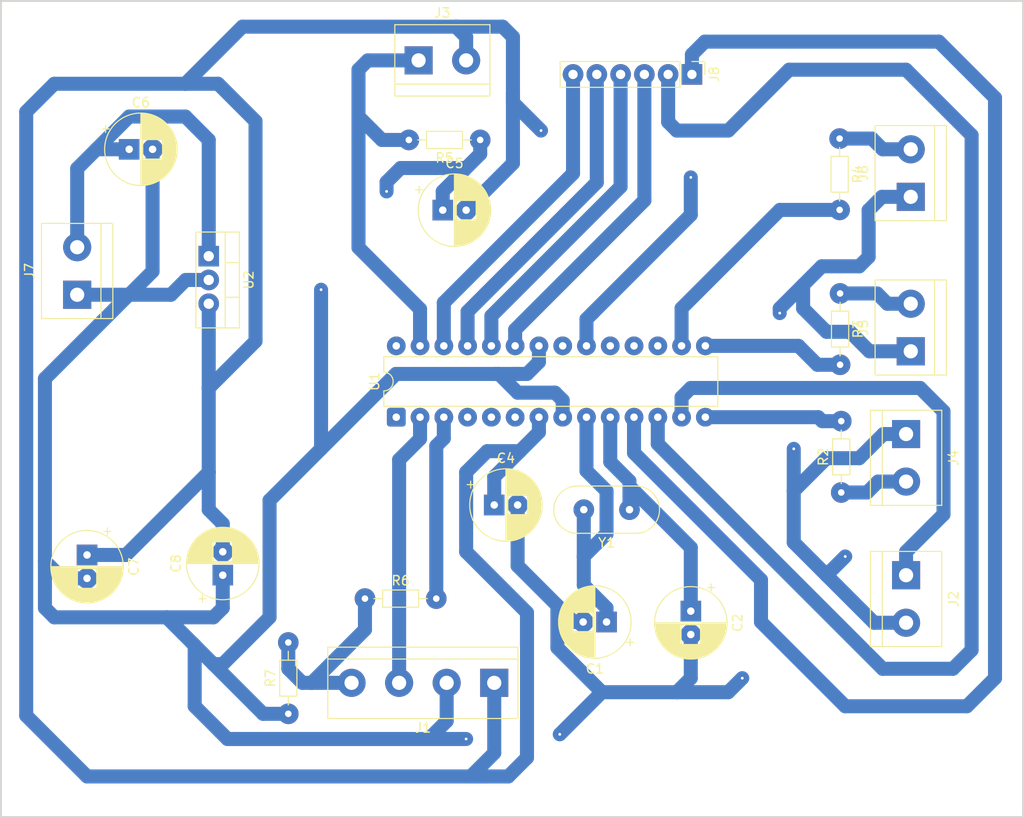
<source format=kicad_pcb>
(kicad_pcb (version 20241229) (generator "pcbnew") (generator_version "9.0")
  (layers (0 "F.Cu" signal) (2 "B.Cu" signal) (13 "F.Paste" user) (15 "B.Paste" user) (5 "F.SilkS" user "F.Silkscreen") (7 "B.SilkS" user "B.Silkscreen") (1 "F.Mask" user) (3 "B.Mask" user) (25 "Edge.Cuts" user))
  (net 0 "")
  (net 1 "Net-(J6-Pin_2)")
  (net 2 "GND")
  (net 3 "9V")
  (net 4 "Net-(J1-Pin_3)")
  (net 5 "Net-(J1-Pin_4)")
  (net 6 "LDR")
  (net 7 "Net-(U1-PD1)")
  (net 8 "Net-(J4-Pin_2)")
  (net 9 "Net-(J5-Pin_2)")
  (net 10 "5V")
  (net 11 "LASER")
  (net 12 "LED 3")
  (net 13 "LED 2")
  (net 14 "LED 1")
  (net 15 "Crystal1")
  (net 16 "ENTRADA B1")
  (net 17 "CONTROLE MOTOR B")
  (net 19 "ENTRADA A1")
  (net 20 "ENTRADA B2")
  (net 21 "ENTRADA A2")
  (net 22 "CONTROLE MOTOR A")
  (net 23 "Crystal2")
  (footprint "TerminalBlock:TerminalBlock_bornier-2_P5.08mm" (layer "F.Cu") (at 133.42 60.5)
    (property "Reference" "J3" (at 2.54 -5.08 0) (layer "F.SilkS"))
    (property "Value" "LDR")
    (pad "1" thru_hole rect (at 0 0) (size 3 3) (drill 1.52) (layers "*.Cu" "*.Mask") (net 6 "LDR"))
    (pad "2" thru_hole circle (at 5.08 0) (size 3 3) (drill 1.52) (layers "*.Cu" "*.Mask") (net 10 "5V"))
  )
  (footprint "Capacitor_THT:CP_Radial_D7.5mm_P2.50mm" (layer "F.Cu") (at 136 76.5)
    (property "Reference" "C5" (at 1.25 -5 0) (layer "F.SilkS"))
    (property "Value" "0.1uF")
    (pad "1" thru_hole rect (at 0 0) (size 2.2 2.2) (drill 0.8) (layers "*.Cu" "*.Mask") (net 2 "GND"))
    (pad "2" thru_hole circle (at 2.5 0) (size 2.2 2.2) (drill 0.8) (layers "*.Cu" "*.Mask") (net 10 "5V"))
  )
  (footprint "TerminalBlock:TerminalBlock_bornier-2_P5.08mm" (layer "F.Cu") (at 186 75.08 90)
    (property "Reference" "J6" (at 2.54 -5.08 90) (layer "F.SilkS"))
    (property "Value" "LED")
    (pad "1" thru_hole rect (at 0 0 90) (size 3 3) (drill 1.52) (layers "*.Cu" "*.Mask") (net 2 "GND"))
    (pad "2" thru_hole circle (at 5.08 0 90) (size 3 3) (drill 1.52) (layers "*.Cu" "*.Mask") (net 1 "Net-(J6-Pin_2)"))
  )
  (footprint "TerminalBlock:TerminalBlock_bornier-2_P5.08mm" (layer "F.Cu") (at 96.945 85.54 90)
    (property "Reference" "J7" (at 2.54 -5.08 90) (layer "F.SilkS"))
    (property "Value" "BATERIA")
    (pad "1" thru_hole rect (at 0 0 90) (size 3 3) (drill 1.52) (layers "*.Cu" "*.Mask") (net 2 "GND"))
    (pad "2" thru_hole circle (at 5.08 0 90) (size 3 3) (drill 1.52) (layers "*.Cu" "*.Mask") (net 3 "9V"))
  )
  (footprint "Capacitor_THT:CP_Radial_D7.5mm_P2.50mm" (layer "F.Cu") (at 98 113.338606 -90)
    (property "Reference" "C7" (at 1.25 -5 90) (layer "F.SilkS"))
    (property "Value" "10uf")
    (pad "1" thru_hole rect (at 0 0 270) (size 2.2 2.2) (drill 0.8) (layers "*.Cu" "*.Mask") (net 10 "5V"))
    (pad "2" thru_hole circle (at 2.5 0 270) (size 2.2 2.2) (drill 0.8) (layers "*.Cu" "*.Mask") (net 2 "GND"))
  )
  (footprint "Resistor_THT:R_Axial_DIN0204_L3.6mm_D1.6mm_P7.62mm_Horizontal" (layer "F.Cu") (at 127.69 118)
    (property "Reference" "R6" (at 3.81 -1.92 0) (layer "F.SilkS"))
    (property "Value" "1000")
    (pad "1" thru_hole circle (at 0 0) (size 2.2 2.2) (drill 0.7) (layers "*.Cu" "*.Mask") (net 5 "Net-(J1-Pin_4)"))
    (pad "2" thru_hole oval (at 7.62 0) (size 2.2 2.2) (drill 0.7) (layers "*.Cu" "*.Mask") (net 7 "Net-(U1-PD1)"))
  )
  (footprint "TerminalBlock:TerminalBlock_bornier-2_P5.08mm" (layer "F.Cu") (at 185.5 100.42 -90)
    (property "Reference" "J4" (at 2.54 -5.08 90) (layer "F.SilkS"))
    (property "Value" "LED")
    (pad "1" thru_hole rect (at 0 0 270) (size 3 3) (drill 1.52) (layers "*.Cu" "*.Mask") (net 2 "GND"))
    (pad "2" thru_hole circle (at 5.08 0 270) (size 3 3) (drill 1.52) (layers "*.Cu" "*.Mask") (net 8 "Net-(J4-Pin_2)"))
  )
  (footprint "Resistor_THT:R_Axial_DIN0204_L3.6mm_D1.6mm_P7.62mm_Horizontal" (layer "F.Cu") (at 178.4 68.855 -90)
    (property "Reference" "R4" (at 3.81 -1.92 90) (layer "F.SilkS"))
    (property "Value" "220")
    (pad "1" thru_hole circle (at 0 0 270) (size 2.2 2.2) (drill 0.7) (layers "*.Cu" "*.Mask") (net 1 "Net-(J6-Pin_2)"))
    (pad "2" thru_hole oval (at 7.62 0 270) (size 2.2 2.2) (drill 0.7) (layers "*.Cu" "*.Mask") (net 12 "LED 3"))
  )
  (footprint "Capacitor_THT:CP_Radial_D7.5mm_P2.50mm" (layer "F.Cu") (at 153.5 120.5 180)
    (property "Reference" "C1" (at 1.25 -5 0) (layer "F.SilkS"))
    (property "Value" "22uF")
    (pad "1" thru_hole rect (at 0 0 180) (size 2.2 2.2) (drill 0.8) (layers "*.Cu" "*.Mask") (net 15 "Crystal1"))
    (pad "2" thru_hole circle (at 2.5 0 180) (size 2.2 2.2) (drill 0.8) (layers "*.Cu" "*.Mask") (net 2 "GND"))
  )
  (footprint "TerminalBlock:TerminalBlock_bornier-2_P5.08mm" (layer "F.Cu") (at 185.5 115.5 -90)
    (property "Reference" "J2" (at 2.54 -5.08 90) (layer "F.SilkS"))
    (property "Value" "LASER")
    (pad "1" thru_hole rect (at 0 0 270) (size 3 3) (drill 1.52) (layers "*.Cu" "*.Mask") (net 11 "LASER"))
    (pad "2" thru_hole circle (at 5.08 0 270) (size 3 3) (drill 1.52) (layers "*.Cu" "*.Mask") (net 2 "GND"))
  )
  (footprint "TerminalBlock:TerminalBlock_bornier-4_P5.08mm" (layer "F.Cu") (at 141.5 127 180)
    (property "Reference" "J1" (at 7.6 -4.8 0) (layer "F.SilkS"))
    (property "Value" "BLUETHOOT")
    (pad "1" thru_hole rect (at 0 0 180) (size 3 3) (drill 1.52) (layers "*.Cu" "*.Mask") (net 10 "5V"))
    (pad "2" thru_hole circle (at 5.08 0 180) (size 3 3) (drill 1.52) (layers "*.Cu" "*.Mask") (net 2 "GND"))
    (pad "3" thru_hole circle (at 10.16 0 180) (size 3 3) (drill 1.52) (layers "*.Cu" "*.Mask") (net 4 "Net-(J1-Pin_3)"))
    (pad "4" thru_hole circle (at 15.24 0 180) (size 3 3) (drill 1.52) (layers "*.Cu" "*.Mask") (net 5 "Net-(J1-Pin_4)"))
  )
  (footprint "Crystal:Crystal_HC49-U_Vertical" (layer "F.Cu") (at 155.95 108.5 180)
    (property "Reference" "Y1" (at 2.44 -3.525 0) (layer "F.SilkS"))
    (property "Value" "Crystal")
    (pad "1" thru_hole circle (at 0 0 180) (size 2.2 2.2) (drill 0.8) (layers "*.Cu" "*.Mask") (net 23 "Crystal2"))
    (pad "2" thru_hole circle (at 4.88 0 180) (size 2.2 2.2) (drill 0.8) (layers "*.Cu" "*.Mask") (net 15 "Crystal1"))
  )
  (footprint "Package_TO_SOT_THT:TO-220-3_Vertical" (layer "F.Cu") (at 111 81.42 -90)
    (property "Reference" "U2" (at 2.54 -4.27 90) (layer "F.SilkS"))
    (property "Value" "LM7805_TO220")
    (pad "1" thru_hole rect (at 0 0 270) (size 2.2 2.2) (drill 1.1) (layers "*.Cu" "*.Mask") (net 3 "9V"))
    (pad "2" thru_hole oval (at 2.54 0 270) (size 2.2 2.2) (drill 1.1) (layers "*.Cu" "*.Mask") (net 2 "GND"))
    (pad "3" thru_hole oval (at 5.08 0 270) (size 2.2 2.2) (drill 1.1) (layers "*.Cu" "*.Mask") (net 10 "5V"))
  )
  (footprint "Capacitor_THT:CP_Radial_D7.5mm_P2.50mm" (layer "F.Cu") (at 102.5 70)
    (property "Reference" "C6" (at 1.25 -5 0) (layer "F.SilkS"))
    (property "Value" "10uf")
    (pad "1" thru_hole rect (at 0 0) (size 2.2 2.2) (drill 0.8) (layers "*.Cu" "*.Mask") (net 3 "9V"))
    (pad "2" thru_hole circle (at 2.5 0) (size 2.2 2.2) (drill 0.8) (layers "*.Cu" "*.Mask") (net 2 "GND"))
  )
  (footprint "Capacitor_THT:CP_Radial_D7.5mm_P2.50mm" (layer "F.Cu") (at 162.5 119.338606 -90)
    (property "Reference" "C2" (at 1.25 -5 90) (layer "F.SilkS"))
    (property "Value" "22uF")
    (pad "1" thru_hole rect (at 0 0 270) (size 2.2 2.2) (drill 0.8) (layers "*.Cu" "*.Mask") (net 23 "Crystal2"))
    (pad "2" thru_hole circle (at 2.5 0 270) (size 2.2 2.2) (drill 0.8) (layers "*.Cu" "*.Mask") (net 2 "GND"))
  )
  (footprint "Connector_PinHeader_2.54mm:PinHeader_1x06_P2.54mm_Vertical" (layer "F.Cu") (at 162.62 62 -90)
    (property "Reference" "J8" (at 0 -2.38 90) (layer "F.SilkS"))
    (property "Value" "CONEXAO PLACA B")
    (pad "1" thru_hole rect (at 0 0 270) (size 2.2 2.2) (drill 1) (layers "*.Cu" "*.Mask") (net 22 "CONTROLE MOTOR A"))
    (pad "2" thru_hole circle (at 0 2.54 270) (size 2.2 2.2) (drill 1) (layers "*.Cu" "*.Mask") (net 17 "CONTROLE MOTOR B"))
    (pad "3" thru_hole circle (at 0 5.08 270) (size 2.2 2.2) (drill 1) (layers "*.Cu" "*.Mask") (net 19 "ENTRADA A1"))
    (pad "4" thru_hole circle (at 0 7.62 270) (size 2.2 2.2) (drill 1) (layers "*.Cu" "*.Mask") (net 21 "ENTRADA A2"))
    (pad "5" thru_hole circle (at 0 10.16 270) (size 2.2 2.2) (drill 1) (layers "*.Cu" "*.Mask") (net 16 "ENTRADA B1"))
    (pad "6" thru_hole circle (at 0 12.7 270) (size 2.2 2.2) (drill 1) (layers "*.Cu" "*.Mask") (net 20 "ENTRADA B2"))
  )
  (footprint "Resistor_THT:R_Axial_DIN0204_L3.6mm_D1.6mm_P7.62mm_Horizontal" (layer "F.Cu") (at 119.5 130.31 90)
    (property "Reference" "R7" (at 3.81 -1.92 90) (layer "F.SilkS"))
    (property "Value" "2000")
    (pad "1" thru_hole circle (at 0 0 90) (size 2.2 2.2) (drill 0.7) (layers "*.Cu" "*.Mask") (net 2 "GND"))
    (pad "2" thru_hole oval (at 7.62 0 90) (size 2.2 2.2) (drill 0.7) (layers "*.Cu" "*.Mask") (net 5 "Net-(J1-Pin_4)"))
  )
  (footprint "TerminalBlock:TerminalBlock_bornier-2_P5.08mm" (layer "F.Cu") (at 186 91.58 90)
    (property "Reference" "J5" (at 2.54 -5.08 90) (layer "F.SilkS"))
    (property "Value" "LED")
    (pad "1" thru_hole rect (at 0 0 90) (size 3 3) (drill 1.52) (layers "*.Cu" "*.Mask") (net 2 "GND"))
    (pad "2" thru_hole circle (at 5.08 0 90) (size 3 3) (drill 1.52) (layers "*.Cu" "*.Mask") (net 9 "Net-(J5-Pin_2)"))
  )
  (footprint "Resistor_THT:R_Axial_DIN0204_L3.6mm_D1.6mm_P7.62mm_Horizontal" (layer "F.Cu") (at 140 69 180)
    (property "Reference" "R5" (at 3.81 -1.92 0) (layer "F.SilkS"))
    (property "Value" "10k")
    (pad "1" thru_hole circle (at 0 0 180) (size 2.2 2.2) (drill 0.7) (layers "*.Cu" "*.Mask") (net 2 "GND"))
    (pad "2" thru_hole oval (at 7.62 0 180) (size 2.2 2.2) (drill 0.7) (layers "*.Cu" "*.Mask") (net 6 "LDR"))
  )
  (footprint "Resistor_THT:R_Axial_DIN0204_L3.6mm_D1.6mm_P7.62mm_Horizontal" (layer "F.Cu") (at 178.575 106.665 90)
    (property "Reference" "R2" (at 3.81 -1.92 90) (layer "F.SilkS"))
    (property "Value" "220")
    (pad "1" thru_hole circle (at 0 0 90) (size 2.2 2.2) (drill 0.7) (layers "*.Cu" "*.Mask") (net 8 "Net-(J4-Pin_2)"))
    (pad "2" thru_hole oval (at 7.62 0 90) (size 2.2 2.2) (drill 0.7) (layers "*.Cu" "*.Mask") (net 14 "LED 1"))
  )
  (footprint "Capacitor_THT:CP_Radial_D7.5mm_P2.50mm" (layer "F.Cu") (at 112.5 115.5 90)
    (property "Reference" "C8" (at 1.25 -5 90) (layer "F.SilkS"))
    (property "Value" "0.1uF")
    (pad "1" thru_hole rect (at 0 0 90) (size 2.2 2.2) (drill 0.8) (layers "*.Cu" "*.Mask") (net 2 "GND"))
    (pad "2" thru_hole circle (at 2.5 0 90) (size 2.2 2.2) (drill 0.8) (layers "*.Cu" "*.Mask") (net 10 "5V"))
  )
  (footprint "Capacitor_THT:CP_Radial_D7.5mm_P2.50mm" (layer "F.Cu") (at 141.5 108)
    (property "Reference" "C4" (at 1.25 -5 0) (layer "F.SilkS"))
    (property "Value" "0.1uF")
    (pad "1" thru_hole rect (at 0 0) (size 2.2 2.2) (drill 0.8) (layers "*.Cu" "*.Mask") (net 10 "5V"))
    (pad "2" thru_hole circle (at 2.5 0) (size 2.2 2.2) (drill 0.8) (layers "*.Cu" "*.Mask") (net 2 "GND"))
  )
  (footprint "Resistor_THT:R_Axial_DIN0204_L3.6mm_D1.6mm_P7.62mm_Horizontal" (layer "F.Cu") (at 178.45 85.4 -90)
    (property "Reference" "R3" (at 3.81 -1.92 90) (layer "F.SilkS"))
    (property "Value" "220")
    (pad "1" thru_hole circle (at 0 0 270) (size 2.2 2.2) (drill 0.7) (layers "*.Cu" "*.Mask") (net 9 "Net-(J5-Pin_2)"))
    (pad "2" thru_hole oval (at 7.62 0 270) (size 2.2 2.2) (drill 0.7) (layers "*.Cu" "*.Mask") (net 13 "LED 2"))
  )
  (footprint "Package_DIP:DIP-28_W7.62mm" (layer "F.Cu") (at 131.035 98.62 90)
    (property "Reference" "U1" (at 3.81 -2.33 90) (layer "F.SilkS"))
    (property "Value" "ATmega328P-P")
    (pad "1" thru_hole roundrect (at 0 0 90) (size 2 2) (drill 0.8) (layers "*.Cu" "*.Mask") (roundrect_rratio 0.15625))
    (pad "2" thru_hole circle (at 0 2.54 90) (size 2 2) (drill 0.8) (layers "*.Cu" "*.Mask") (net 4 "Net-(J1-Pin_3)"))
    (pad "3" thru_hole circle (at 0 5.08 90) (size 2 2) (drill 0.8) (layers "*.Cu" "*.Mask") (net 7 "Net-(U1-PD1)"))
    (pad "4" thru_hole circle (at 0 7.62 90) (size 2 2) (drill 0.8) (layers "*.Cu" "*.Mask"))
    (pad "5" thru_hole circle (at 0 10.16 90) (size 2 2) (drill 0.8) (layers "*.Cu" "*.Mask"))
    (pad "6" thru_hole circle (at 0 12.7 90) (size 2 2) (drill 0.8) (layers "*.Cu" "*.Mask"))
    (pad "7" thru_hole circle (at 0 15.24 90) (size 2 2) (drill 0.8) (layers "*.Cu" "*.Mask") (net 10 "5V"))
    (pad "8" thru_hole circle (at 0 17.78 90) (size 2 2) (drill 0.8) (layers "*.Cu" "*.Mask") (net 2 "GND"))
    (pad "9" thru_hole circle (at 0 20.32 90) (size 2 2) (drill 0.8) (layers "*.Cu" "*.Mask") (net 15 "Crystal1"))
    (pad "10" thru_hole circle (at 0 22.86 90) (size 2 2) (drill 0.8) (layers "*.Cu" "*.Mask") (net 23 "Crystal2"))
    (pad "11" thru_hole circle (at 0 25.4 90) (size 2 2) (drill 0.8) (layers "*.Cu" "*.Mask") (net 22 "CONTROLE MOTOR A"))
    (pad "12" thru_hole circle (at 0 27.94 90) (size 2 2) (drill 0.8) (layers "*.Cu" "*.Mask") (net 17 "CONTROLE MOTOR B"))
    (pad "13" thru_hole circle (at 0 30.48 90) (size 2 2) (drill 0.8) (layers "*.Cu" "*.Mask") (net 11 "LASER"))
    (pad "14" thru_hole circle (at 0 33.02 90) (size 2 2) (drill 0.8) (layers "*.Cu" "*.Mask") (net 14 "LED 1"))
    (pad "15" thru_hole circle (at 7.62 33.02 90) (size 2 2) (drill 0.8) (layers "*.Cu" "*.Mask") (net 13 "LED 2"))
    (pad "16" thru_hole circle (at 7.62 30.48 90) (size 2 2) (drill 0.8) (layers "*.Cu" "*.Mask") (net 12 "LED 3"))
    (pad "17" thru_hole circle (at 7.62 27.94 90) (size 2 2) (drill 0.8) (layers "*.Cu" "*.Mask"))
    (pad "18" thru_hole circle (at 7.62 25.4 90) (size 2 2) (drill 0.8) (layers "*.Cu" "*.Mask"))
    (pad "19" thru_hole circle (at 7.62 22.86 90) (size 2 2) (drill 0.8) (layers "*.Cu" "*.Mask"))
    (pad "20" thru_hole circle (at 7.62 20.32 90) (size 2 2) (drill 0.8) (layers "*.Cu" "*.Mask") (net 10 "5V"))
    (pad "21" thru_hole circle (at 7.62 17.78 90) (size 2 2) (drill 0.8) (layers "*.Cu" "*.Mask"))
    (pad "22" thru_hole circle (at 7.62 15.24 90) (size 2 2) (drill 0.8) (layers "*.Cu" "*.Mask") (net 2 "GND"))
    (pad "23" thru_hole circle (at 7.62 12.7 90) (size 2 2) (drill 0.8) (layers "*.Cu" "*.Mask") (net 19 "ENTRADA A1"))
    (pad "24" thru_hole circle (at 7.62 10.16 90) (size 2 2) (drill 0.8) (layers "*.Cu" "*.Mask") (net 21 "ENTRADA A2"))
    (pad "25" thru_hole circle (at 7.62 7.62 90) (size 2 2) (drill 0.8) (layers "*.Cu" "*.Mask") (net 16 "ENTRADA B1"))
    (pad "26" thru_hole circle (at 7.62 5.08 90) (size 2 2) (drill 0.8) (layers "*.Cu" "*.Mask") (net 20 "ENTRADA B2"))
    (pad "27" thru_hole circle (at 7.62 2.54 90) (size 2 2) (drill 0.8) (layers "*.Cu" "*.Mask") (net 6 "LDR"))
    (pad "28" thru_hole circle (at 7.62 0 90) (size 2 2) (drill 0.8) (layers "*.Cu" "*.Mask"))
  )
  (gr_rect (start 88.8 54.15) (end 198 141.35) (stroke (width 0.2)) (fill no) (layer "Edge.Cuts"))
  (segment (start 183 70) (end 186 70) (width 1.5) (layer "B.Cu") (net 1))
  (segment (start 181.855 68.855) (end 183 70) (width 1.5) (layer "B.Cu") (net 1))
  (segment (start 178.4 68.855) (end 181.855 68.855) (width 1.5) (layer "B.Cu") (net 1))
  (via (at 148.5 132.5) (size 0.6) (drill 0.3) (layers "F.Cu" "B.Cu") (net 2))
  (via (at 130 74.5) (size 0.6) (drill 0.3) (layers "F.Cu" "B.Cu") (net 2))
  (via (at 173.5 102) (size 0.6) (drill 0.3) (layers "F.Cu" "B.Cu") (net 2))
  (via (at 172 87.5) (size 0.6) (drill 0.3) (layers "F.Cu" "B.Cu") (net 2))
  (via (at 123 85) (size 0.6) (drill 0.3) (layers "F.Cu" "B.Cu") (net 2))
  (via (at 138.5 133) (size 0.6) (drill 0.3) (layers "F.Cu" "B.Cu") (net 2))
  (via (at 179 113.5) (size 0.6) (drill 0.3) (layers "F.Cu" "B.Cu") (net 2))
  (via (at 168 126.5) (size 0.6) (drill 0.3) (layers "F.Cu" "B.Cu") (net 2))
  (segment (start 146.275 92.725) (end 146.275 91) (width 1.5) (layer "B.Cu") (net 2))
  (segment (start 93.5 119) (end 93.5 114) (width 1.5) (layer "B.Cu") (net 2))
  (segment (start 153 128) (end 161 128) (width 1.5) (layer "B.Cu") (net 2))
  (segment (start 174.5 87) (end 177 89.5) (width 1.5) (layer "B.Cu") (net 2))
  (segment (start 134.5 133) (end 138.5 133) (width 1.5) (layer "B.Cu") (net 2))
  (segment (start 180.5 103) (end 177 103) (width 1.5) (layer "B.Cu") (net 2))
  (segment (start 109.5 123) (end 109.25 122.75) (width 1.5) (layer "B.Cu") (net 2))
  (segment (start 177 103) (end 173.5 106.5) (width 1.5) (layer "B.Cu") (net 2))
  (segment (start 123 102) (end 123 85) (width 1.5) (layer "B.Cu") (net 2))
  (segment (start 111.5 120) (end 106.5 120) (width 1.5) (layer "B.Cu") (net 2))
  (segment (start 148.25 118.75) (end 148.25 123.25) (width 1.5) (layer "B.Cu") (net 2))
  (segment (start 148.25 123.25) (end 153 128) (width 1.5) (layer "B.Cu") (net 2))
  (segment (start 119.5 130.31) (end 116.81 130.31) (width 1.5) (layer "B.Cu") (net 2))
  (segment (start 112.5 119) (end 111.5 120) (width 1.5) (layer "B.Cu") (net 2))
  (segment (start 94.5 120) (end 93.5 119) (width 1.5) (layer "B.Cu") (net 2))
  (segment (start 185.5 100.42) (end 183.08 100.42) (width 1.5) (layer "B.Cu") (net 2))
  (segment (start 185.58 92) (end 186 91.58) (width 1.5) (layer "B.Cu") (net 2))
  (segment (start 112.5 115.5) (end 112.5 119) (width 1.5) (layer "B.Cu") (net 2))
  (segment (start 141.5 94) (end 143.5 94) (width 1.5) (layer "B.Cu") (net 2))
  (segment (start 148 96) (end 144 96) (width 1.5) (layer "B.Cu") (net 2))
  (segment (start 143.5 94) (end 145 94) (width 1.5) (layer "B.Cu") (net 2))
  (segment (start 138.25 72.25) (end 140 70.5) (width 1.5) (layer "B.Cu") (net 2))
  (segment (start 181.58 91.58) (end 186 91.58) (width 1.5) (layer "B.Cu") (net 2))
  (segment (start 138 72) (end 131.5 72) (width 1.5) (layer "B.Cu") (net 2))
  (segment (start 173.5 112) (end 177 115.5) (width 1.5) (layer "B.Cu") (net 2))
  (segment (start 181.5 76.5) (end 181.5 81.5) (width 1.5) (layer "B.Cu") (net 2))
  (segment (start 117.5 107.5) (end 123 102) (width 1.5) (layer "B.Cu") (net 2))
  (segment (start 173.5 106.5) (end 173.5 102) (width 1.5) (layer "B.Cu") (net 2))
  (segment (start 102.5 85.54) (end 106.96 85.54) (width 1.5) (layer "B.Cu") (net 2))
  (segment (start 136.42 131.08) (end 134.5 133) (width 1.5) (layer "B.Cu") (net 2))
  (segment (start 116.81 130.31) (end 111.5 125) (width 1.5) (layer "B.Cu") (net 2))
  (segment (start 96.945 85.54) (end 102.5 85.54) (width 1.5) (layer "B.Cu") (net 2))
  (segment (start 136 74.5) (end 138.25 72.25) (width 1.5) (layer "B.Cu") (net 2))
  (segment (start 142 94) (end 141.5 94) (width 1.5) (layer "B.Cu") (net 2))
  (segment (start 123 102) (end 131 94) (width 1.5) (layer "B.Cu") (net 2))
  (segment (start 174.5 84.5) (end 172 87) (width 1.5) (layer "B.Cu") (net 2))
  (segment (start 105 83.04) (end 102.5 85.54) (width 1.5) (layer "B.Cu") (net 2))
  (segment (start 112.5 125) (end 117.5 120) (width 1.5) (layer "B.Cu") (net 2))
  (segment (start 148.815 98.62) (end 148.815 96.815) (width 1.5) (layer "B.Cu") (net 2))
  (segment (start 109.5 129.5) (end 109.5 123) (width 1.5) (layer "B.Cu") (net 2))
  (segment (start 177 89.5) (end 179.5 89.5) (width 1.5) (layer "B.Cu") (net 2))
  (segment (start 166.5 128) (end 168 126.5) (width 1.5) (layer "B.Cu") (net 2))
  (segment (start 136 76.5) (end 136 74.5) (width 1.5) (layer "B.Cu") (net 2))
  (segment (start 148.815 96.815) (end 148 96) (width 1.5) (layer "B.Cu") (net 2))
  (segment (start 177 115.5) (end 182.08 120.58) (width 1.5) (layer "B.Cu") (net 2))
  (segment (start 117.5 120) (end 117.5 107.5) (width 1.5) (layer "B.Cu") (net 2))
  (segment (start 148.8 98.635) (end 148.815 98.62) (width 1.5) (layer "B.Cu") (net 2))
  (segment (start 95.338606 115.838606) (end 93.5 114) (width 1.5) (layer "B.Cu") (net 2))
  (segment (start 144 96) (end 142 94) (width 1.5) (layer "B.Cu") (net 2))
  (segment (start 130 73.5) (end 130 74.5) (width 1.5) (layer "B.Cu") (net 2))
  (segment (start 93.5 114) (end 93.5 94.5) (width 1.5) (layer "B.Cu") (net 2))
  (segment (start 182.08 120.58) (end 185.5 120.58) (width 1.5) (layer "B.Cu") (net 2))
  (segment (start 183.08 100.42) (end 180.5 103) (width 1.5) (layer "B.Cu") (net 2))
  (segment (start 174.5 84.5) (end 174.5 87) (width 1.5) (layer "B.Cu") (net 2))
  (segment (start 93.5 94.5) (end 102.46 85.54) (width 1.5) (layer "B.Cu") (net 2))
  (segment (start 176.5 82.5) (end 174.5 84.5) (width 1.5) (layer "B.Cu") (net 2))
  (segment (start 111.5 125) (end 109.25 122.75) (width 1.5) (layer "B.Cu") (net 2))
  (segment (start 106.96 85.54) (end 108.54 83.96) (width 1.5) (layer "B.Cu") (net 2))
  (segment (start 173.5 106.5) (end 173.5 112) (width 1.5) (layer "B.Cu") (net 2))
  (segment (start 148.25 118.75) (end 150 120.5) (width 1.5) (layer "B.Cu") (net 2))
  (segment (start 182.92 75.08) (end 181.5 76.5) (width 1.5) (layer "B.Cu") (net 2))
  (segment (start 153 128) (end 148.5 132.5) (width 1.5) (layer "B.Cu") (net 2))
  (segment (start 131.5 72) (end 130 73.5) (width 1.5) (layer "B.Cu") (net 2))
  (segment (start 111.5 125) (end 112.5 125) (width 1.5) (layer "B.Cu") (net 2))
  (segment (start 109.25 122.75) (end 106.5 120) (width 1.5) (layer "B.Cu") (net 2))
  (segment (start 140 70.5) (end 140 69) (width 1.5) (layer "B.Cu") (net 2))
  (segment (start 180.5 82.5) (end 176.5 82.5) (width 1.5) (layer "B.Cu") (net 2))
  (segment (start 144.195 94) (end 143.5 94) (width 1.5) (layer "B.Cu") (net 2))
  (segment (start 145 94) (end 146.275 92.725) (width 1.5) (layer "B.Cu") (net 2))
  (segment (start 131 94) (end 141.5 94) (width 1.5) (layer "B.Cu") (net 2))
  (segment (start 186 75.08) (end 182.92 75.08) (width 1.5) (layer "B.Cu") (net 2))
  (segment (start 105 70) (end 105 83.04) (width 1.5) (layer "B.Cu") (net 2))
  (segment (start 150 120.5) (end 151 120.5) (width 1.5) (layer "B.Cu") (net 2))
  (segment (start 106.5 120) (end 94.5 120) (width 1.5) (layer "B.Cu") (net 2))
  (segment (start 102.46 85.54) (end 102.5 85.54) (width 1.5) (layer "B.Cu") (net 2))
  (segment (start 108.54 83.96) (end 111 83.96) (width 1.5) (layer "B.Cu") (net 2))
  (segment (start 161 128) (end 166.5 128) (width 1.5) (layer "B.Cu") (net 2))
  (segment (start 144 114.5) (end 148.25 118.75) (width 1.5) (layer "B.Cu") (net 2))
  (segment (start 177 115.5) (end 179 113.5) (width 1.5) (layer "B.Cu") (net 2))
  (segment (start 144 108) (end 144 114.5) (width 1.5) (layer "B.Cu") (net 2))
  (segment (start 138.25 72.25) (end 138 72) (width 1.5) (layer "B.Cu") (net 2))
  (segment (start 172 87) (end 172 87.5) (width 1.5) (layer "B.Cu") (net 2))
  (segment (start 98 115.838606) (end 95.338606 115.838606) (width 1.5) (layer "B.Cu") (net 2))
  (segment (start 161 128) (end 162.5 126.5) (width 1.5) (layer "B.Cu") (net 2))
  (segment (start 136.42 127) (end 136.42 131.08) (width 1.5) (layer "B.Cu") (net 2))
  (segment (start 181.5 81.5) (end 180.5 82.5) (width 1.5) (layer "B.Cu") (net 2))
  (segment (start 179.5 89.5) (end 181.58 91.58) (width 1.5) (layer "B.Cu") (net 2))
  (segment (start 113 133) (end 109.5 129.5) (width 1.5) (layer "B.Cu") (net 2))
  (segment (start 162.5 126.5) (end 162.5 121.838606) (width 1.5) (layer "B.Cu") (net 2))
  (segment (start 134.5 133) (end 113 133) (width 1.5) (layer "B.Cu") (net 2))
  (segment (start 111 69) (end 108.5 66.5) (width 1.5) (layer "B.Cu") (net 3))
  (segment (start 102.5 66.5) (end 99 70) (width 1.5) (layer "B.Cu") (net 3))
  (segment (start 96.945 72.055) (end 99 70) (width 1.5) (layer "B.Cu") (net 3))
  (segment (start 108.5 66.5) (end 102.5 66.5) (width 1.5) (layer "B.Cu") (net 3))
  (segment (start 99 70) (end 102.5 70) (width 1.5) (layer "B.Cu") (net 3))
  (segment (start 96.945 80.46) (end 96.945 72.055) (width 1.5) (layer "B.Cu") (net 3))
  (segment (start 111 81.42) (end 111 69) (width 1.5) (layer "B.Cu") (net 3))
  (segment (start 133.575 100.925) (end 133.575 98.62) (width 1.5) (layer "B.Cu") (net 4))
  (segment (start 131.34 127) (end 131.34 103.16) (width 1.5) (layer "B.Cu") (net 4))
  (segment (start 131.34 103.16) (end 133.575 100.925) (width 1.5) (layer "B.Cu") (net 4))
  (segment (start 121 127) (end 122 127) (width 1.5) (layer "B.Cu") (net 5))
  (segment (start 119.5 122.69) (end 119.5 125.5) (width 1.5) (layer "B.Cu") (net 5))
  (segment (start 127.69 118) (end 127.69 121.31) (width 1.5) (layer "B.Cu") (net 5))
  (segment (start 119.5 125.5) (end 121 127) (width 1.5) (layer "B.Cu") (net 5))
  (segment (start 122 127) (end 126.26 127) (width 1.5) (layer "B.Cu") (net 5))
  (segment (start 127.69 121.31) (end 122 127) (width 1.5) (layer "B.Cu") (net 5))
  (segment (start 127 61.5) (end 127 66.5) (width 1.5) (layer "B.Cu") (net 6))
  (segment (start 133.42 60.5) (end 128 60.5) (width 1.5) (layer "B.Cu") (net 6))
  (segment (start 133.575 87.075) (end 133.575 91) (width 1.5) (layer "B.Cu") (net 6))
  (segment (start 128 60.5) (end 127 61.5) (width 1.5) (layer "B.Cu") (net 6))
  (segment (start 129.5 69) (end 127 66.5) (width 1.5) (layer "B.Cu") (net 6))
  (segment (start 127 66.5) (end 127 80.5) (width 1.5) (layer "B.Cu") (net 6))
  (segment (start 132.38 69) (end 129.5 69) (width 1.5) (layer "B.Cu") (net 6))
  (segment (start 127 80.5) (end 133.575 87.075) (width 1.5) (layer "B.Cu") (net 6))
  (segment (start 135.31 118) (end 135.31 101.69) (width 1.5) (layer "B.Cu") (net 7))
  (segment (start 135.31 101.69) (end 136.115 100.885) (width 1.5) (layer "B.Cu") (net 7))
  (segment (start 136.115 100.885) (end 136.115 98.62) (width 1.5) (layer "B.Cu") (net 7))
  (segment (start 182.5 105.5) (end 185.5 105.5) (width 1.5) (layer "B.Cu") (net 8))
  (segment (start 178.575 106.665) (end 181.335 106.665) (width 1.5) (layer "B.Cu") (net 8))
  (segment (start 181.335 106.665) (end 182.5 105.5) (width 1.5) (layer "B.Cu") (net 8))
  (segment (start 182.4 85.4) (end 183.5 86.5) (width 1.5) (layer "B.Cu") (net 9))
  (segment (start 178.45 85.4) (end 182.4 85.4) (width 1.5) (layer "B.Cu") (net 9))
  (segment (start 183.5 86.5) (end 186 86.5) (width 1.5) (layer "B.Cu") (net 9))
  (via (at 162.5 73) (size 0.6) (drill 0.3) (layers "F.Cu" "B.Cu") (net 10))
  (via (at 146.5 68) (size 0.6) (drill 0.3) (layers "F.Cu" "B.Cu") (net 10))
  (segment (start 111 104.5) (end 111 108.5) (width 1.5) (layer "B.Cu") (net 10))
  (segment (start 138.5 76.5) (end 143.5 71.5) (width 1.5) (layer "B.Cu") (net 10))
  (segment (start 140.75 102.25) (end 144.25 102.25) (width 1.5) (layer "B.Cu") (net 10))
  (segment (start 138.5 58) (end 137.401 56.901) (width 1.5) (layer "B.Cu") (net 10))
  (segment (start 111 95.5) (end 111 104.5) (width 1.5) (layer "B.Cu") (net 10))
  (segment (start 116 90.5) (end 116 67) (width 1.5) (layer "B.Cu") (net 10))
  (segment (start 142.401 56.901) (end 137.401 56.901) (width 1.5) (layer "B.Cu") (net 10))
  (segment (start 114.599 56.901) (end 108.5 63) (width 1.5) (layer "B.Cu") (net 10))
  (segment (start 143.5 65) (end 146.5 68) (width 1.5) (layer "B.Cu") (net 10))
  (segment (start 146.275 100.225) (end 146.275 98.62) (width 1.5) (layer "B.Cu") (net 10))
  (segment (start 151.355 91) (end 151.355 88.145) (width 1.5) (layer "B.Cu") (net 10))
  (segment (start 98 137) (end 140.5 137) (width 1.5) (layer "B.Cu") (net 10))
  (segment (start 112.5 110) (end 112.5 113) (width 1.5) (layer "B.Cu") (net 10))
  (segment (start 143.5 64) (end 143.5 58) (width 1.5) (layer "B.Cu") (net 10))
  (segment (start 143 137) (end 145 135) (width 1.5) (layer "B.Cu") (net 10))
  (segment (start 145 119.5) (end 138.5 113) (width 1.5) (layer "B.Cu") (net 10))
  (segment (start 98 113.338606) (end 102.161394 113.338606) (width 1.5) (layer "B.Cu") (net 10))
  (segment (start 138.5 104.5) (end 140.75 102.25) (width 1.5) (layer "B.Cu") (net 10))
  (segment (start 151.355 88.145) (end 152 87.5) (width 1.5) (layer "B.Cu") (net 10))
  (segment (start 141.5 127) (end 141.5 134.5) (width 1.5) (layer "B.Cu") (net 10))
  (segment (start 116 67) (end 112 63) (width 1.5) (layer "B.Cu") (net 10))
  (segment (start 141.5 108) (end 141.5 105) (width 1.5) (layer "B.Cu") (net 10))
  (segment (start 102.161394 113.338606) (end 111 104.5) (width 1.5) (layer "B.Cu") (net 10))
  (segment (start 91.5 130.5) (end 98 137) (width 1.5) (layer "B.Cu") (net 10))
  (segment (start 112 63) (end 108.5 63) (width 1.5) (layer "B.Cu") (net 10))
  (segment (start 111 86.5) (end 111 95.5) (width 1.5) (layer "B.Cu") (net 10))
  (segment (start 108.5 63) (end 94.5 63) (width 1.5) (layer "B.Cu") (net 10))
  (segment (start 111 95.5) (end 116 90.5) (width 1.5) (layer "B.Cu") (net 10))
  (segment (start 152 87.5) (end 162.5 77) (width 1.5) (layer "B.Cu") (net 10))
  (segment (start 162.5 77) (end 162.5 73) (width 1.5) (layer "B.Cu") (net 10))
  (segment (start 111 108.5) (end 112.5 110) (width 1.5) (layer "B.Cu") (net 10))
  (segment (start 143.5 58) (end 142.401 56.901) (width 1.5) (layer "B.Cu") (net 10))
  (segment (start 143.5 64) (end 143.5 65) (width 1.5) (layer "B.Cu") (net 10))
  (segment (start 138.5 60.5) (end 138.5 58) (width 1.5) (layer "B.Cu") (net 10))
  (segment (start 141.5 105) (end 144.25 102.25) (width 1.5) (layer "B.Cu") (net 10))
  (segment (start 94.5 63) (end 91.5 66) (width 1.5) (layer "B.Cu") (net 10))
  (segment (start 144.25 102.25) (end 146.275 100.225) (width 1.5) (layer "B.Cu") (net 10))
  (segment (start 139 137) (end 143 137) (width 1.5) (layer "B.Cu") (net 10))
  (segment (start 143.5 71.5) (end 143.5 64) (width 1.5) (layer "B.Cu") (net 10))
  (segment (start 137.401 56.901) (end 114.599 56.901) (width 1.5) (layer "B.Cu") (net 10))
  (segment (start 91.5 66) (end 91.5 130.5) (width 1.5) (layer "B.Cu") (net 10))
  (segment (start 145 135) (end 145 119.5) (width 1.5) (layer "B.Cu") (net 10))
  (segment (start 141.5 134.5) (end 139 137) (width 1.5) (layer "B.Cu") (net 10))
  (segment (start 138.5 113) (end 138.5 104.5) (width 1.5) (layer "B.Cu") (net 10))
  (segment (start 189.5 109) (end 189.5 98) (width 1.5) (layer "B.Cu") (net 11))
  (segment (start 189.5 98) (end 187 95.5) (width 1.5) (layer "B.Cu") (net 11))
  (segment (start 185.5 115.5) (end 185.5 113) (width 1.5) (layer "B.Cu") (net 11))
  (segment (start 161.515 96.485) (end 161.515 98.62) (width 1.5) (layer "B.Cu") (net 11))
  (segment (start 185.5 113) (end 189.5 109) (width 1.5) (layer "B.Cu") (net 11))
  (segment (start 187 95.5) (end 162.5 95.5) (width 1.5) (layer "B.Cu") (net 11))
  (segment (start 162.5 95.5) (end 161.515 96.485) (width 1.5) (layer "B.Cu") (net 11))
  (segment (start 161.515 86.985) (end 172.025 76.475) (width 1.5) (layer "B.Cu") (net 12))
  (segment (start 172.025 76.475) (end 178.4 76.475) (width 1.5) (layer "B.Cu") (net 12))
  (segment (start 161.515 91) (end 161.515 86.985) (width 1.5) (layer "B.Cu") (net 12))
  (segment (start 174 91) (end 176.02 93.02) (width 1.5) (layer "B.Cu") (net 13))
  (segment (start 164.055 91) (end 174 91) (width 1.5) (layer "B.Cu") (net 13))
  (segment (start 176.02 93.02) (end 178.45 93.02) (width 1.5) (layer "B.Cu") (net 13))
  (segment (start 164.055 98.62) (end 176.12 98.62) (width 1.5) (layer "B.Cu") (net 14))
  (segment (start 176.12 98.62) (end 176.545 99.045) (width 1.5) (layer "B.Cu") (net 14))
  (segment (start 176.545 99.045) (end 178.575 99.045) (width 1.5) (layer "B.Cu") (net 14))
  (segment (start 151.32 98.655) (end 151.355 98.62) (width 1.5) (layer "B.Cu") (net 15))
  (segment (start 153.5 106.5) (end 153.5 111.07) (width 1.5) (layer "B.Cu") (net 15))
  (segment (start 151.355 104.355) (end 153.5 106.5) (width 1.5) (layer "B.Cu") (net 15))
  (segment (start 151.07 108.5) (end 151.07 113.5) (width 1.5) (layer "B.Cu") (net 15))
  (segment (start 153.5 111.07) (end 151.07 113.5) (width 1.5) (layer "B.Cu") (net 15))
  (segment (start 151.355 98.62) (end 151.355 104.355) (width 1.5) (layer "B.Cu") (net 15))
  (segment (start 151.07 113.5) (end 151.07 116.57) (width 1.5) (layer "B.Cu") (net 15))
  (segment (start 153.5 119) (end 153.5 120.5) (width 1.5) (layer "B.Cu") (net 15))
  (segment (start 151.07 116.57) (end 153.5 119) (width 1.5) (layer "B.Cu") (net 15))
  (segment (start 152.46 73.54) (end 138.655 87.345) (width 1.5) (layer "B.Cu") (net 16))
  (segment (start 138.655 87.345) (end 138.655 91) (width 1.5) (layer "B.Cu") (net 16))
  (segment (start 152.46 62) (end 152.46 73.54) (width 1.5) (layer "B.Cu") (net 16))
  (segment (start 158.975 101.475) (end 158.975 98.62) (width 1.5) (layer "B.Cu") (net 17))
  (segment (start 161 68) (end 166.5 68) (width 1.5) (layer "B.Cu") (net 17))
  (segment (start 160.08 67.08) (end 161 68) (width 1.5) (layer "B.Cu") (net 17))
  (segment (start 192.5 123.5) (end 190.5 125.5) (width 1.5) (layer "B.Cu") (net 17))
  (segment (start 185.5 61.5) (end 192.5 68.5) (width 1.5) (layer "B.Cu") (net 17))
  (segment (start 192.5 68.5) (end 192.5 123.5) (width 1.5) (layer "B.Cu") (net 17))
  (segment (start 190.5 125.5) (end 183 125.5) (width 1.5) (layer "B.Cu") (net 17))
  (segment (start 183 125.5) (end 158.975 101.475) (width 1.5) (layer "B.Cu") (net 17))
  (segment (start 166.5 68) (end 173 61.5) (width 1.5) (layer "B.Cu") (net 17))
  (segment (start 160.08 62) (end 160.08 67.08) (width 1.5) (layer "B.Cu") (net 17))
  (segment (start 173 61.5) (end 185.5 61.5) (width 1.5) (layer "B.Cu") (net 17))
  (segment (start 143.735 89.265) (end 143.735 91) (width 1.5) (layer "B.Cu") (net 19))
  (segment (start 157.54 75.46) (end 143.735 89.265) (width 1.5) (layer "B.Cu") (net 19))
  (segment (start 157.54 62) (end 157.54 75.46) (width 1.5) (layer "B.Cu") (net 19))
  (segment (start 149.92 72.58) (end 136.115 86.385) (width 1.5) (layer "B.Cu") (net 20))
  (segment (start 149.92 62) (end 149.92 72.58) (width 1.5) (layer "B.Cu") (net 20))
  (segment (start 136.115 86.385) (end 136.115 91) (width 1.5) (layer "B.Cu") (net 20))
  (segment (start 155 74) (end 155 62) (width 1.5) (layer "B.Cu") (net 21))
  (segment (start 141.195 91) (end 141.195 87.805) (width 1.5) (layer "B.Cu") (net 21))
  (segment (start 141.195 87.805) (end 155 74) (width 1.5) (layer "B.Cu") (net 21))
  (segment (start 179 129.5) (end 192 129.5) (width 1.5) (layer "B.Cu") (net 22))
  (segment (start 170 116) (end 170 120.5) (width 1.5) (layer "B.Cu") (net 22))
  (segment (start 156.435 102.435) (end 170 116) (width 1.5) (layer "B.Cu") (net 22))
  (segment (start 164 58.5) (end 162.62 59.88) (width 1.5) (layer "B.Cu") (net 22))
  (segment (start 195 64.5) (end 189 58.5) (width 1.5) (layer "B.Cu") (net 22))
  (segment (start 156.435 98.62) (end 156.435 102.435) (width 1.5) (layer "B.Cu") (net 22))
  (segment (start 170 120.5) (end 179 129.5) (width 1.5) (layer "B.Cu") (net 22))
  (segment (start 162.62 59.88) (end 162.62 62) (width 1.5) (layer "B.Cu") (net 22))
  (segment (start 189 58.5) (end 164 58.5) (width 1.5) (layer "B.Cu") (net 22))
  (segment (start 195 126.5) (end 195 64.5) (width 1.5) (layer "B.Cu") (net 22))
  (segment (start 192 129.5) (end 195 126.5) (width 1.5) (layer "B.Cu") (net 22))
  (segment (start 155.95 105.45) (end 155.95 106) (width 1.5) (layer "B.Cu") (net 23))
  (segment (start 162.5 112.55) (end 155.95 106) (width 1.5) (layer "B.Cu") (net 23))
  (segment (start 155.95 106) (end 155.95 108.5) (width 1.5) (layer "B.Cu") (net 23))
  (segment (start 153.895 98.62) (end 153.895 103.395) (width 1.5) (layer "B.Cu") (net 23))
  (segment (start 162.5 119.338606) (end 162.5 112.55) (width 1.5) (layer "B.Cu") (net 23))
  (segment (start 153.895 103.395) (end 155.95 105.45) (width 1.5) (layer "B.Cu") (net 23))
)
</source>
